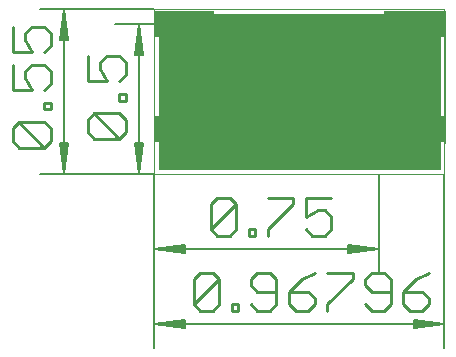
<source format=gbl>
G75*
G70*
%OFA0B0*%
%FSLAX24Y24*%
%IPPOS*%
%LPD*%
%AMOC8*
5,1,8,0,0,1.08239X$1,22.5*
%
%ADD10C,0.0000*%
%ADD11C,0.0051*%
%ADD12C,0.0110*%
%ADD13R,0.2000X0.0900*%
%ADD14C,0.0420*%
%ADD15C,0.0010*%
D10*
X005331Y005913D02*
X005331Y011408D01*
X015011Y011408D01*
X015011Y005913D01*
X005331Y005913D01*
X005331Y006963D02*
X005331Y011363D01*
X015018Y011363D02*
X015018Y006963D01*
D11*
X005331Y005913D02*
X005331Y000126D01*
X005331Y000913D02*
X006355Y000787D01*
X006355Y001039D01*
X005331Y000913D01*
X006355Y000811D01*
X006355Y000862D02*
X005331Y000913D01*
X006355Y001015D01*
X006355Y000964D02*
X005331Y000913D01*
X015011Y000913D01*
X013987Y000811D01*
X013987Y000787D02*
X015011Y000913D01*
X013987Y001015D01*
X013987Y001039D02*
X013987Y000787D01*
X013987Y000862D02*
X015011Y000913D01*
X013987Y000964D01*
X013987Y001039D02*
X015011Y000913D01*
X015011Y000126D02*
X015011Y005913D01*
X012831Y005913D02*
X012831Y002626D01*
X012831Y003413D02*
X011807Y003311D01*
X011807Y003287D02*
X012831Y003413D01*
X011807Y003515D01*
X011807Y003539D02*
X011807Y003287D01*
X011807Y003362D02*
X012831Y003413D01*
X011807Y003464D01*
X011807Y003539D02*
X012831Y003413D01*
X005331Y003413D01*
X006355Y003311D01*
X006355Y003287D02*
X005331Y003413D01*
X006355Y003515D01*
X006355Y003539D02*
X006355Y003287D01*
X006355Y003362D02*
X005331Y003413D01*
X006355Y003464D01*
X006355Y003539D02*
X005331Y003413D01*
X005331Y002626D02*
X005331Y005913D01*
X001544Y005913D01*
X002331Y005913D02*
X002433Y006937D01*
X002457Y006937D02*
X002205Y006937D01*
X002331Y005913D01*
X002229Y006937D01*
X002280Y006937D02*
X002331Y005913D01*
X002382Y006937D01*
X002457Y006937D02*
X002331Y005913D01*
X002331Y011413D01*
X002433Y010389D01*
X002457Y010389D02*
X002205Y010389D01*
X002331Y011413D01*
X002229Y010389D01*
X002280Y010389D02*
X002331Y011413D01*
X002382Y010389D01*
X002457Y010389D02*
X002331Y011413D01*
X001544Y011413D02*
X005331Y011413D01*
X005331Y010913D02*
X004044Y010913D01*
X004831Y010913D02*
X004933Y009889D01*
X004957Y009889D02*
X004831Y010913D01*
X004729Y009889D01*
X004705Y009889D02*
X004957Y009889D01*
X004882Y009889D02*
X004831Y010913D01*
X004780Y009889D01*
X004705Y009889D02*
X004831Y010913D01*
X004831Y005913D01*
X004933Y006937D01*
X004957Y006937D02*
X004831Y005913D01*
X004729Y006937D01*
X004705Y006937D02*
X004957Y006937D01*
X004882Y006937D02*
X004831Y005913D01*
X004780Y006937D01*
X004705Y006937D02*
X004831Y005913D01*
X005331Y005913D02*
X004044Y005913D01*
D12*
X004171Y007097D02*
X003325Y007097D01*
X003113Y007309D01*
X003113Y007732D01*
X003325Y007944D01*
X004171Y007097D01*
X004382Y007309D01*
X004382Y007732D01*
X004171Y007944D01*
X003325Y007944D01*
X004171Y008366D02*
X004171Y008578D01*
X004382Y008578D01*
X004382Y008366D01*
X004171Y008366D01*
X004171Y009001D02*
X004382Y009212D01*
X004382Y009635D01*
X004171Y009847D01*
X003748Y009847D01*
X003536Y009635D01*
X003536Y009424D01*
X003748Y009001D01*
X003113Y009001D01*
X003113Y009847D01*
X001882Y010183D02*
X001671Y009971D01*
X001882Y010183D02*
X001882Y010606D01*
X001671Y010817D01*
X001248Y010817D01*
X001036Y010606D01*
X001036Y010394D01*
X001248Y009971D01*
X000613Y009971D01*
X000613Y010817D01*
X000613Y009549D02*
X000613Y008702D01*
X001248Y008702D01*
X001036Y009125D01*
X001036Y009337D01*
X001248Y009549D01*
X001671Y009549D01*
X001882Y009337D01*
X001882Y008914D01*
X001671Y008702D01*
X001671Y008280D02*
X001882Y008280D01*
X001882Y008068D01*
X001671Y008068D01*
X001671Y008280D01*
X001671Y007645D02*
X000825Y007645D01*
X001671Y006799D01*
X001882Y007011D01*
X001882Y007434D01*
X001671Y007645D01*
X000825Y007645D02*
X000613Y007434D01*
X000613Y007011D01*
X000825Y006799D01*
X001671Y006799D01*
X007217Y004919D02*
X007217Y004073D01*
X008063Y004919D01*
X008063Y004073D01*
X007852Y003862D01*
X007429Y003862D01*
X007217Y004073D01*
X008486Y004073D02*
X008486Y003862D01*
X008698Y003862D01*
X008698Y004073D01*
X008486Y004073D01*
X009120Y004073D02*
X009120Y003862D01*
X009120Y004073D02*
X009966Y004919D01*
X009966Y005131D01*
X009120Y005131D01*
X008063Y004919D02*
X007852Y005131D01*
X007429Y005131D01*
X007217Y004919D01*
X010389Y005131D02*
X010389Y004496D01*
X010812Y004708D01*
X011024Y004708D01*
X011235Y004496D01*
X011235Y004073D01*
X011024Y003862D01*
X010601Y003862D01*
X010389Y004073D01*
X010389Y005131D02*
X011235Y005131D01*
X011103Y002631D02*
X011949Y002631D01*
X011949Y002419D01*
X011103Y001573D01*
X011103Y001362D01*
X010680Y001573D02*
X010680Y001785D01*
X010469Y001996D01*
X009834Y001996D01*
X009834Y001573D01*
X010046Y001362D01*
X010469Y001362D01*
X010680Y001573D01*
X010257Y002419D02*
X009834Y001996D01*
X009412Y001996D02*
X008777Y001996D01*
X008566Y002208D01*
X008566Y002419D01*
X008777Y002631D01*
X009200Y002631D01*
X009412Y002419D01*
X009412Y001573D01*
X009200Y001362D01*
X008777Y001362D01*
X008566Y001573D01*
X008143Y001573D02*
X008143Y001362D01*
X007931Y001362D01*
X007931Y001573D01*
X008143Y001573D01*
X007508Y001573D02*
X007297Y001362D01*
X006874Y001362D01*
X006662Y001573D01*
X007508Y002419D01*
X007508Y001573D01*
X006662Y001573D02*
X006662Y002419D01*
X006874Y002631D01*
X007297Y002631D01*
X007508Y002419D01*
X010257Y002419D02*
X010680Y002631D01*
X012372Y002419D02*
X012372Y002208D01*
X012584Y001996D01*
X013218Y001996D01*
X013641Y001996D02*
X014275Y001996D01*
X014487Y001785D01*
X014487Y001573D01*
X014275Y001362D01*
X013852Y001362D01*
X013641Y001573D01*
X013641Y001996D01*
X014064Y002419D01*
X014487Y002631D01*
X013218Y002419D02*
X013007Y002631D01*
X012584Y002631D01*
X012372Y002419D01*
X013218Y002419D02*
X013218Y001573D01*
X013007Y001362D01*
X012584Y001362D01*
X012372Y001573D01*
D13*
X014008Y007423D03*
X014008Y010903D03*
X006341Y010903D03*
X006341Y007423D03*
D14*
X006331Y007288D03*
X005706Y007288D03*
X009206Y009038D03*
X009581Y008663D03*
X009956Y008225D03*
X009956Y007600D03*
X010706Y009663D03*
X010331Y010038D03*
X014018Y010913D03*
X014643Y010913D03*
X014643Y007413D03*
X014018Y007413D03*
X006331Y010913D03*
X005768Y010913D03*
D15*
X005512Y010917D02*
X014856Y010917D01*
X014856Y010925D02*
X005512Y010925D01*
X005512Y010934D02*
X014856Y010934D01*
X014856Y010942D02*
X005512Y010942D01*
X005512Y010951D02*
X014856Y010951D01*
X014856Y010959D02*
X005512Y010959D01*
X005512Y010968D02*
X014856Y010968D01*
X014856Y010976D02*
X005512Y010976D01*
X005512Y010985D02*
X014856Y010985D01*
X014856Y010993D02*
X005506Y010993D01*
X005512Y010988D02*
X005486Y011013D01*
X005486Y011253D01*
X014856Y011253D01*
X014856Y006068D01*
X012931Y006068D01*
X012906Y006094D01*
X012756Y006094D01*
X012731Y006068D01*
X005486Y006068D01*
X005486Y010813D01*
X005512Y010838D01*
X005512Y010988D01*
X005498Y011002D02*
X014856Y011002D01*
X014856Y011010D02*
X005489Y011010D01*
X005486Y011019D02*
X014856Y011019D01*
X014856Y011027D02*
X005486Y011027D01*
X005486Y011036D02*
X014856Y011036D01*
X014856Y011044D02*
X005486Y011044D01*
X005486Y011053D02*
X014856Y011053D01*
X014856Y011061D02*
X005486Y011061D01*
X005486Y011070D02*
X014856Y011070D01*
X014856Y011078D02*
X005486Y011078D01*
X005486Y011087D02*
X014856Y011087D01*
X014856Y011095D02*
X005486Y011095D01*
X005486Y011104D02*
X014856Y011104D01*
X014856Y011112D02*
X005486Y011112D01*
X005486Y011121D02*
X014856Y011121D01*
X014856Y011129D02*
X005486Y011129D01*
X005486Y011138D02*
X014856Y011138D01*
X014856Y011146D02*
X005486Y011146D01*
X005486Y011155D02*
X014856Y011155D01*
X014856Y011163D02*
X005486Y011163D01*
X005486Y011172D02*
X014856Y011172D01*
X014856Y011180D02*
X005486Y011180D01*
X005486Y011189D02*
X014856Y011189D01*
X014856Y011197D02*
X005486Y011197D01*
X005486Y011206D02*
X014856Y011206D01*
X014856Y011214D02*
X005486Y011214D01*
X005486Y011223D02*
X014856Y011223D01*
X014856Y011231D02*
X005486Y011231D01*
X005486Y011240D02*
X014856Y011240D01*
X014856Y011248D02*
X005486Y011248D01*
X005512Y010908D02*
X014856Y010908D01*
X014856Y010900D02*
X005512Y010900D01*
X005512Y010891D02*
X014856Y010891D01*
X014856Y010883D02*
X005512Y010883D01*
X005512Y010874D02*
X014856Y010874D01*
X014856Y010866D02*
X005512Y010866D01*
X005512Y010857D02*
X014856Y010857D01*
X014856Y010849D02*
X005512Y010849D01*
X005512Y010840D02*
X014856Y010840D01*
X014856Y010832D02*
X005505Y010832D01*
X005496Y010823D02*
X014856Y010823D01*
X014856Y010815D02*
X005488Y010815D01*
X005486Y010806D02*
X014856Y010806D01*
X014856Y010798D02*
X005486Y010798D01*
X005486Y010789D02*
X014856Y010789D01*
X014856Y010781D02*
X005486Y010781D01*
X005486Y010772D02*
X014856Y010772D01*
X014856Y010764D02*
X005486Y010764D01*
X005486Y010755D02*
X014856Y010755D01*
X014856Y010747D02*
X005486Y010747D01*
X005486Y010738D02*
X014856Y010738D01*
X014856Y010730D02*
X005486Y010730D01*
X005486Y010721D02*
X014856Y010721D01*
X014856Y010713D02*
X005486Y010713D01*
X005486Y010704D02*
X014856Y010704D01*
X014856Y010696D02*
X005486Y010696D01*
X005486Y010687D02*
X014856Y010687D01*
X014856Y010679D02*
X005486Y010679D01*
X005486Y010670D02*
X014856Y010670D01*
X014856Y010662D02*
X005486Y010662D01*
X005486Y010653D02*
X014856Y010653D01*
X014856Y010645D02*
X005486Y010645D01*
X005486Y010636D02*
X014856Y010636D01*
X014856Y010628D02*
X005486Y010628D01*
X005486Y010619D02*
X014856Y010619D01*
X014856Y010611D02*
X005486Y010611D01*
X005486Y010602D02*
X014856Y010602D01*
X014856Y010594D02*
X005486Y010594D01*
X005486Y010585D02*
X014856Y010585D01*
X014856Y010577D02*
X005486Y010577D01*
X005486Y010568D02*
X014856Y010568D01*
X014856Y010560D02*
X005486Y010560D01*
X005486Y010551D02*
X014856Y010551D01*
X014856Y010543D02*
X005486Y010543D01*
X005486Y010534D02*
X014856Y010534D01*
X014856Y010526D02*
X005486Y010526D01*
X005486Y010517D02*
X014856Y010517D01*
X014856Y010509D02*
X005486Y010509D01*
X005486Y010500D02*
X014856Y010500D01*
X014856Y010492D02*
X005486Y010492D01*
X005486Y010483D02*
X014856Y010483D01*
X014856Y010475D02*
X005486Y010475D01*
X005486Y010466D02*
X014856Y010466D01*
X014856Y010458D02*
X005486Y010458D01*
X005486Y010449D02*
X014856Y010449D01*
X014856Y010441D02*
X005486Y010441D01*
X005486Y010432D02*
X014856Y010432D01*
X014856Y010424D02*
X005486Y010424D01*
X005486Y010415D02*
X014856Y010415D01*
X014856Y010407D02*
X005486Y010407D01*
X005486Y010398D02*
X014856Y010398D01*
X014856Y010390D02*
X005486Y010390D01*
X005486Y010381D02*
X014856Y010381D01*
X014856Y010373D02*
X005486Y010373D01*
X005486Y010364D02*
X014856Y010364D01*
X014856Y010356D02*
X005486Y010356D01*
X005486Y010347D02*
X014856Y010347D01*
X014856Y010339D02*
X005486Y010339D01*
X005486Y010330D02*
X014856Y010330D01*
X014856Y010322D02*
X005486Y010322D01*
X005486Y010313D02*
X014856Y010313D01*
X014856Y010305D02*
X005486Y010305D01*
X005486Y010296D02*
X014856Y010296D01*
X014856Y010288D02*
X005486Y010288D01*
X005486Y010279D02*
X014856Y010279D01*
X014856Y010271D02*
X005486Y010271D01*
X005486Y010262D02*
X014856Y010262D01*
X014856Y010254D02*
X005486Y010254D01*
X005486Y010245D02*
X014856Y010245D01*
X014856Y010237D02*
X005486Y010237D01*
X005486Y010228D02*
X014856Y010228D01*
X014856Y010220D02*
X005486Y010220D01*
X005486Y010211D02*
X014856Y010211D01*
X014856Y010203D02*
X005486Y010203D01*
X005486Y010194D02*
X014856Y010194D01*
X014856Y010186D02*
X005486Y010186D01*
X005486Y010177D02*
X014856Y010177D01*
X014856Y010169D02*
X005486Y010169D01*
X005486Y010160D02*
X014856Y010160D01*
X014856Y010152D02*
X005486Y010152D01*
X005486Y010143D02*
X014856Y010143D01*
X014856Y010135D02*
X005486Y010135D01*
X005486Y010126D02*
X014856Y010126D01*
X014856Y010118D02*
X005486Y010118D01*
X005486Y010109D02*
X014856Y010109D01*
X014856Y010101D02*
X005486Y010101D01*
X005486Y010092D02*
X014856Y010092D01*
X014856Y010084D02*
X005486Y010084D01*
X005486Y010075D02*
X014856Y010075D01*
X014856Y010067D02*
X005486Y010067D01*
X005486Y010058D02*
X014856Y010058D01*
X014856Y010050D02*
X005486Y010050D01*
X005486Y010041D02*
X014856Y010041D01*
X014856Y010033D02*
X005486Y010033D01*
X005486Y010024D02*
X014856Y010024D01*
X014856Y010016D02*
X005486Y010016D01*
X005486Y010007D02*
X014856Y010007D01*
X014856Y009999D02*
X005486Y009999D01*
X005486Y009990D02*
X014856Y009990D01*
X014856Y009982D02*
X005486Y009982D01*
X005486Y009973D02*
X014856Y009973D01*
X014856Y009965D02*
X005486Y009965D01*
X005486Y009956D02*
X014856Y009956D01*
X014856Y009948D02*
X005486Y009948D01*
X005486Y009939D02*
X014856Y009939D01*
X014856Y009931D02*
X005486Y009931D01*
X005486Y009922D02*
X014856Y009922D01*
X014856Y009914D02*
X005486Y009914D01*
X005486Y009905D02*
X014856Y009905D01*
X014856Y009897D02*
X005486Y009897D01*
X005486Y009888D02*
X014856Y009888D01*
X014856Y009880D02*
X005486Y009880D01*
X005486Y009871D02*
X014856Y009871D01*
X014856Y009863D02*
X005486Y009863D01*
X005486Y009854D02*
X014856Y009854D01*
X014856Y009846D02*
X005486Y009846D01*
X005486Y009837D02*
X014856Y009837D01*
X014856Y009829D02*
X005486Y009829D01*
X005486Y009820D02*
X014856Y009820D01*
X014856Y009812D02*
X005486Y009812D01*
X005486Y009803D02*
X014856Y009803D01*
X014856Y009795D02*
X005486Y009795D01*
X005486Y009786D02*
X014856Y009786D01*
X014856Y009778D02*
X005486Y009778D01*
X005486Y009769D02*
X014856Y009769D01*
X014856Y009761D02*
X005486Y009761D01*
X005486Y009752D02*
X014856Y009752D01*
X014856Y009744D02*
X005486Y009744D01*
X005486Y009735D02*
X014856Y009735D01*
X014856Y009727D02*
X005486Y009727D01*
X005486Y009718D02*
X014856Y009718D01*
X014856Y009710D02*
X005486Y009710D01*
X005486Y009701D02*
X014856Y009701D01*
X014856Y009693D02*
X005486Y009693D01*
X005486Y009684D02*
X014856Y009684D01*
X014856Y009676D02*
X005486Y009676D01*
X005486Y009667D02*
X014856Y009667D01*
X014856Y009659D02*
X005486Y009659D01*
X005486Y009650D02*
X014856Y009650D01*
X014856Y009642D02*
X005486Y009642D01*
X005486Y009633D02*
X014856Y009633D01*
X014856Y009625D02*
X005486Y009625D01*
X005486Y009616D02*
X014856Y009616D01*
X014856Y009608D02*
X005486Y009608D01*
X005486Y009599D02*
X014856Y009599D01*
X014856Y009591D02*
X005486Y009591D01*
X005486Y009582D02*
X014856Y009582D01*
X014856Y009574D02*
X005486Y009574D01*
X005486Y009565D02*
X014856Y009565D01*
X014856Y009557D02*
X005486Y009557D01*
X005486Y009548D02*
X014856Y009548D01*
X014856Y009540D02*
X005486Y009540D01*
X005486Y009531D02*
X014856Y009531D01*
X014856Y009523D02*
X005486Y009523D01*
X005486Y009514D02*
X014856Y009514D01*
X014856Y009506D02*
X005486Y009506D01*
X005486Y009497D02*
X014856Y009497D01*
X014856Y009489D02*
X005486Y009489D01*
X005486Y009480D02*
X014856Y009480D01*
X014856Y009472D02*
X005486Y009472D01*
X005486Y009463D02*
X014856Y009463D01*
X014856Y009455D02*
X005486Y009455D01*
X005486Y009446D02*
X014856Y009446D01*
X014856Y009438D02*
X005486Y009438D01*
X005486Y009429D02*
X014856Y009429D01*
X014856Y009421D02*
X005486Y009421D01*
X005486Y009412D02*
X014856Y009412D01*
X014856Y009404D02*
X005486Y009404D01*
X005486Y009395D02*
X014856Y009395D01*
X014856Y009387D02*
X005486Y009387D01*
X005486Y009378D02*
X014856Y009378D01*
X014856Y009370D02*
X005486Y009370D01*
X005486Y009361D02*
X014856Y009361D01*
X014856Y009353D02*
X005486Y009353D01*
X005486Y009344D02*
X014856Y009344D01*
X014856Y009336D02*
X005486Y009336D01*
X005486Y009327D02*
X014856Y009327D01*
X014856Y009319D02*
X005486Y009319D01*
X005486Y009310D02*
X014856Y009310D01*
X014856Y009302D02*
X005486Y009302D01*
X005486Y009293D02*
X014856Y009293D01*
X014856Y009285D02*
X005486Y009285D01*
X005486Y009276D02*
X014856Y009276D01*
X014856Y009268D02*
X005486Y009268D01*
X005486Y009259D02*
X014856Y009259D01*
X014856Y009251D02*
X005486Y009251D01*
X005486Y009242D02*
X014856Y009242D01*
X014856Y009234D02*
X005486Y009234D01*
X005486Y009225D02*
X014856Y009225D01*
X014856Y009217D02*
X005486Y009217D01*
X005486Y009208D02*
X014856Y009208D01*
X014856Y009200D02*
X005486Y009200D01*
X005486Y009191D02*
X014856Y009191D01*
X014856Y009183D02*
X005486Y009183D01*
X005486Y009174D02*
X014856Y009174D01*
X014856Y009166D02*
X005486Y009166D01*
X005486Y009157D02*
X014856Y009157D01*
X014856Y009149D02*
X005486Y009149D01*
X005486Y009140D02*
X014856Y009140D01*
X014856Y009132D02*
X005486Y009132D01*
X005486Y009123D02*
X014856Y009123D01*
X014856Y009115D02*
X005486Y009115D01*
X005486Y009106D02*
X014856Y009106D01*
X014856Y009098D02*
X005486Y009098D01*
X005486Y009089D02*
X014856Y009089D01*
X014856Y009081D02*
X005486Y009081D01*
X005486Y009072D02*
X014856Y009072D01*
X014856Y009064D02*
X005486Y009064D01*
X005486Y009055D02*
X014856Y009055D01*
X014856Y009047D02*
X005486Y009047D01*
X005486Y009038D02*
X014856Y009038D01*
X014856Y009030D02*
X005486Y009030D01*
X005486Y009021D02*
X014856Y009021D01*
X014856Y009013D02*
X005486Y009013D01*
X005486Y009004D02*
X014856Y009004D01*
X014856Y008996D02*
X005486Y008996D01*
X005486Y008987D02*
X014856Y008987D01*
X014856Y008979D02*
X005486Y008979D01*
X005486Y008970D02*
X014856Y008970D01*
X014856Y008962D02*
X005486Y008962D01*
X005486Y008953D02*
X014856Y008953D01*
X014856Y008945D02*
X005486Y008945D01*
X005486Y008936D02*
X014856Y008936D01*
X014856Y008928D02*
X005486Y008928D01*
X005486Y008919D02*
X014856Y008919D01*
X014856Y008911D02*
X005486Y008911D01*
X005486Y008902D02*
X014856Y008902D01*
X014856Y008894D02*
X005486Y008894D01*
X005486Y008885D02*
X014856Y008885D01*
X014856Y008877D02*
X005486Y008877D01*
X005486Y008868D02*
X014856Y008868D01*
X014856Y008860D02*
X005486Y008860D01*
X005486Y008851D02*
X014856Y008851D01*
X014856Y008843D02*
X005486Y008843D01*
X005486Y008834D02*
X014856Y008834D01*
X014856Y008826D02*
X005486Y008826D01*
X005486Y008817D02*
X014856Y008817D01*
X014856Y008809D02*
X005486Y008809D01*
X005486Y008800D02*
X014856Y008800D01*
X014856Y008792D02*
X005486Y008792D01*
X005486Y008783D02*
X014856Y008783D01*
X014856Y008775D02*
X005486Y008775D01*
X005486Y008766D02*
X014856Y008766D01*
X014856Y008758D02*
X005486Y008758D01*
X005486Y008749D02*
X014856Y008749D01*
X014856Y008741D02*
X005486Y008741D01*
X005486Y008732D02*
X014856Y008732D01*
X014856Y008724D02*
X005486Y008724D01*
X005486Y008715D02*
X014856Y008715D01*
X014856Y008707D02*
X005486Y008707D01*
X005486Y008698D02*
X014856Y008698D01*
X014856Y008690D02*
X005486Y008690D01*
X005486Y008681D02*
X014856Y008681D01*
X014856Y008673D02*
X005486Y008673D01*
X005486Y008664D02*
X014856Y008664D01*
X014856Y008656D02*
X005486Y008656D01*
X005486Y008647D02*
X014856Y008647D01*
X014856Y008639D02*
X005486Y008639D01*
X005486Y008630D02*
X014856Y008630D01*
X014856Y008622D02*
X005486Y008622D01*
X005486Y008613D02*
X014856Y008613D01*
X014856Y008605D02*
X005486Y008605D01*
X005486Y008596D02*
X014856Y008596D01*
X014856Y008588D02*
X005486Y008588D01*
X005486Y008579D02*
X014856Y008579D01*
X014856Y008571D02*
X005486Y008571D01*
X005486Y008562D02*
X014856Y008562D01*
X014856Y008554D02*
X005486Y008554D01*
X005486Y008545D02*
X014856Y008545D01*
X014856Y008537D02*
X005486Y008537D01*
X005486Y008528D02*
X014856Y008528D01*
X014856Y008520D02*
X005486Y008520D01*
X005486Y008511D02*
X014856Y008511D01*
X014856Y008503D02*
X005486Y008503D01*
X005486Y008494D02*
X014856Y008494D01*
X014856Y008486D02*
X005486Y008486D01*
X005486Y008477D02*
X014856Y008477D01*
X014856Y008469D02*
X005486Y008469D01*
X005486Y008460D02*
X014856Y008460D01*
X014856Y008452D02*
X005486Y008452D01*
X005486Y008443D02*
X014856Y008443D01*
X014856Y008435D02*
X005486Y008435D01*
X005486Y008426D02*
X014856Y008426D01*
X014856Y008418D02*
X005486Y008418D01*
X005486Y008409D02*
X014856Y008409D01*
X014856Y008401D02*
X005486Y008401D01*
X005486Y008392D02*
X014856Y008392D01*
X014856Y008384D02*
X005486Y008384D01*
X005486Y008375D02*
X014856Y008375D01*
X014856Y008367D02*
X005486Y008367D01*
X005486Y008358D02*
X014856Y008358D01*
X014856Y008350D02*
X005486Y008350D01*
X005486Y008341D02*
X014856Y008341D01*
X014856Y008333D02*
X005486Y008333D01*
X005486Y008324D02*
X014856Y008324D01*
X014856Y008316D02*
X005486Y008316D01*
X005486Y008307D02*
X014856Y008307D01*
X014856Y008299D02*
X005486Y008299D01*
X005486Y008290D02*
X014856Y008290D01*
X014856Y008282D02*
X005486Y008282D01*
X005486Y008273D02*
X014856Y008273D01*
X014856Y008265D02*
X005486Y008265D01*
X005486Y008256D02*
X014856Y008256D01*
X014856Y008248D02*
X005486Y008248D01*
X005486Y008239D02*
X014856Y008239D01*
X014856Y008231D02*
X005486Y008231D01*
X005486Y008222D02*
X014856Y008222D01*
X014856Y008214D02*
X005486Y008214D01*
X005486Y008205D02*
X014856Y008205D01*
X014856Y008197D02*
X005486Y008197D01*
X005486Y008188D02*
X014856Y008188D01*
X014856Y008180D02*
X005486Y008180D01*
X005486Y008171D02*
X014856Y008171D01*
X014856Y008163D02*
X005486Y008163D01*
X005486Y008154D02*
X014856Y008154D01*
X014856Y008146D02*
X005486Y008146D01*
X005486Y008137D02*
X014856Y008137D01*
X014856Y008129D02*
X005486Y008129D01*
X005486Y008120D02*
X014856Y008120D01*
X014856Y008112D02*
X005486Y008112D01*
X005486Y008103D02*
X014856Y008103D01*
X014856Y008095D02*
X005486Y008095D01*
X005486Y008086D02*
X014856Y008086D01*
X014856Y008078D02*
X005486Y008078D01*
X005486Y008069D02*
X014856Y008069D01*
X014856Y008061D02*
X005486Y008061D01*
X005486Y008052D02*
X014856Y008052D01*
X014856Y008044D02*
X005486Y008044D01*
X005486Y008035D02*
X014856Y008035D01*
X014856Y008027D02*
X005486Y008027D01*
X005486Y008018D02*
X014856Y008018D01*
X014856Y008010D02*
X005486Y008010D01*
X005486Y008001D02*
X014856Y008001D01*
X014856Y007993D02*
X005486Y007993D01*
X005486Y007984D02*
X014856Y007984D01*
X014856Y007976D02*
X005486Y007976D01*
X005486Y007967D02*
X014856Y007967D01*
X014856Y007959D02*
X005486Y007959D01*
X005486Y007950D02*
X014856Y007950D01*
X014856Y007942D02*
X005486Y007942D01*
X005486Y007933D02*
X014856Y007933D01*
X014856Y007925D02*
X005486Y007925D01*
X005486Y007916D02*
X014856Y007916D01*
X014856Y007908D02*
X005486Y007908D01*
X005486Y007899D02*
X014856Y007899D01*
X014856Y007891D02*
X005486Y007891D01*
X005486Y007882D02*
X014856Y007882D01*
X014856Y007874D02*
X005486Y007874D01*
X005486Y007865D02*
X014856Y007865D01*
X014856Y007857D02*
X005486Y007857D01*
X005486Y007848D02*
X014856Y007848D01*
X014856Y007840D02*
X005486Y007840D01*
X005486Y007831D02*
X014856Y007831D01*
X014856Y007823D02*
X005486Y007823D01*
X005486Y007814D02*
X014856Y007814D01*
X014856Y007806D02*
X005486Y007806D01*
X005486Y007797D02*
X014856Y007797D01*
X014856Y007789D02*
X005486Y007789D01*
X005486Y007780D02*
X014856Y007780D01*
X014856Y007772D02*
X005486Y007772D01*
X005486Y007763D02*
X014856Y007763D01*
X014856Y007755D02*
X005486Y007755D01*
X005486Y007746D02*
X014856Y007746D01*
X014856Y007738D02*
X005486Y007738D01*
X005486Y007729D02*
X014856Y007729D01*
X014856Y007721D02*
X005486Y007721D01*
X005486Y007712D02*
X014856Y007712D01*
X014856Y007704D02*
X005486Y007704D01*
X005486Y007695D02*
X014856Y007695D01*
X014856Y007687D02*
X005486Y007687D01*
X005486Y007678D02*
X014856Y007678D01*
X014856Y007670D02*
X005486Y007670D01*
X005486Y007661D02*
X014856Y007661D01*
X014856Y007653D02*
X005486Y007653D01*
X005486Y007644D02*
X014856Y007644D01*
X014856Y007636D02*
X005486Y007636D01*
X005486Y007627D02*
X014856Y007627D01*
X014856Y007619D02*
X005486Y007619D01*
X005486Y007610D02*
X014856Y007610D01*
X014856Y007602D02*
X005486Y007602D01*
X005486Y007593D02*
X014856Y007593D01*
X014856Y007585D02*
X005486Y007585D01*
X005486Y007576D02*
X014856Y007576D01*
X014856Y007568D02*
X005486Y007568D01*
X005486Y007559D02*
X014856Y007559D01*
X014856Y007551D02*
X005486Y007551D01*
X005486Y007542D02*
X014856Y007542D01*
X014856Y007534D02*
X005486Y007534D01*
X005486Y007525D02*
X014856Y007525D01*
X014856Y007517D02*
X005486Y007517D01*
X005486Y007508D02*
X014856Y007508D01*
X014856Y007500D02*
X005486Y007500D01*
X005486Y007491D02*
X014856Y007491D01*
X014856Y007483D02*
X005486Y007483D01*
X005486Y007474D02*
X014856Y007474D01*
X014856Y007466D02*
X005486Y007466D01*
X005486Y007457D02*
X014856Y007457D01*
X014856Y007449D02*
X005486Y007449D01*
X005486Y007440D02*
X014856Y007440D01*
X014856Y007432D02*
X005486Y007432D01*
X005486Y007423D02*
X014856Y007423D01*
X014856Y007415D02*
X005486Y007415D01*
X005486Y007406D02*
X014856Y007406D01*
X014856Y007398D02*
X005486Y007398D01*
X005486Y007389D02*
X014856Y007389D01*
X014856Y007381D02*
X005486Y007381D01*
X005486Y007372D02*
X014856Y007372D01*
X014856Y007364D02*
X005486Y007364D01*
X005486Y007355D02*
X014856Y007355D01*
X014856Y007347D02*
X005486Y007347D01*
X005486Y007338D02*
X014856Y007338D01*
X014856Y007330D02*
X005486Y007330D01*
X005486Y007321D02*
X014856Y007321D01*
X014856Y007313D02*
X005486Y007313D01*
X005486Y007304D02*
X014856Y007304D01*
X014856Y007296D02*
X005486Y007296D01*
X005486Y007287D02*
X014856Y007287D01*
X014856Y007279D02*
X005486Y007279D01*
X005486Y007270D02*
X014856Y007270D01*
X014856Y007262D02*
X005486Y007262D01*
X005486Y007253D02*
X014856Y007253D01*
X014856Y007245D02*
X005486Y007245D01*
X005486Y007236D02*
X014856Y007236D01*
X014856Y007228D02*
X005486Y007228D01*
X005486Y007219D02*
X014856Y007219D01*
X014856Y007211D02*
X005486Y007211D01*
X005486Y007202D02*
X014856Y007202D01*
X014856Y007194D02*
X005486Y007194D01*
X005486Y007185D02*
X014856Y007185D01*
X014856Y007176D02*
X005486Y007176D01*
X005486Y007168D02*
X014856Y007168D01*
X014856Y007159D02*
X005486Y007159D01*
X005486Y007151D02*
X014856Y007151D01*
X014856Y007142D02*
X005486Y007142D01*
X005486Y007134D02*
X014856Y007134D01*
X014856Y007125D02*
X005486Y007125D01*
X005486Y007117D02*
X014856Y007117D01*
X014856Y007108D02*
X005486Y007108D01*
X005486Y007100D02*
X014856Y007100D01*
X014856Y007091D02*
X005486Y007091D01*
X005486Y007083D02*
X014856Y007083D01*
X014856Y007074D02*
X005486Y007074D01*
X005486Y007066D02*
X014856Y007066D01*
X014856Y007057D02*
X005486Y007057D01*
X005486Y007049D02*
X014856Y007049D01*
X014856Y007040D02*
X005486Y007040D01*
X005486Y007032D02*
X014856Y007032D01*
X014856Y007023D02*
X005486Y007023D01*
X005486Y007015D02*
X014856Y007015D01*
X014856Y007006D02*
X005486Y007006D01*
X005486Y006998D02*
X014856Y006998D01*
X014856Y006989D02*
X005486Y006989D01*
X005486Y006981D02*
X014856Y006981D01*
X014856Y006972D02*
X005486Y006972D01*
X005486Y006964D02*
X014856Y006964D01*
X014856Y006955D02*
X005486Y006955D01*
X005486Y006947D02*
X014856Y006947D01*
X014856Y006938D02*
X005486Y006938D01*
X005486Y006930D02*
X014856Y006930D01*
X014856Y006921D02*
X005486Y006921D01*
X005486Y006913D02*
X014856Y006913D01*
X014856Y006904D02*
X005486Y006904D01*
X005486Y006896D02*
X014856Y006896D01*
X014856Y006887D02*
X005486Y006887D01*
X005486Y006879D02*
X014856Y006879D01*
X014856Y006870D02*
X005486Y006870D01*
X005486Y006862D02*
X014856Y006862D01*
X014856Y006853D02*
X005486Y006853D01*
X005486Y006845D02*
X014856Y006845D01*
X014856Y006836D02*
X005486Y006836D01*
X005486Y006828D02*
X014856Y006828D01*
X014856Y006819D02*
X005486Y006819D01*
X005486Y006811D02*
X014856Y006811D01*
X014856Y006802D02*
X005486Y006802D01*
X005486Y006794D02*
X014856Y006794D01*
X014856Y006785D02*
X005486Y006785D01*
X005486Y006777D02*
X014856Y006777D01*
X014856Y006768D02*
X005486Y006768D01*
X005486Y006760D02*
X014856Y006760D01*
X014856Y006751D02*
X005486Y006751D01*
X005486Y006743D02*
X014856Y006743D01*
X014856Y006734D02*
X005486Y006734D01*
X005486Y006726D02*
X014856Y006726D01*
X014856Y006717D02*
X005486Y006717D01*
X005486Y006709D02*
X014856Y006709D01*
X014856Y006700D02*
X005486Y006700D01*
X005486Y006692D02*
X014856Y006692D01*
X014856Y006683D02*
X005486Y006683D01*
X005486Y006675D02*
X014856Y006675D01*
X014856Y006666D02*
X005486Y006666D01*
X005486Y006658D02*
X014856Y006658D01*
X014856Y006649D02*
X005486Y006649D01*
X005486Y006641D02*
X014856Y006641D01*
X014856Y006632D02*
X005486Y006632D01*
X005486Y006624D02*
X014856Y006624D01*
X014856Y006615D02*
X005486Y006615D01*
X005486Y006607D02*
X014856Y006607D01*
X014856Y006598D02*
X005486Y006598D01*
X005486Y006590D02*
X014856Y006590D01*
X014856Y006581D02*
X005486Y006581D01*
X005486Y006573D02*
X014856Y006573D01*
X014856Y006564D02*
X005486Y006564D01*
X005486Y006556D02*
X014856Y006556D01*
X014856Y006547D02*
X005486Y006547D01*
X005486Y006539D02*
X014856Y006539D01*
X014856Y006530D02*
X005486Y006530D01*
X005486Y006522D02*
X014856Y006522D01*
X014856Y006513D02*
X005486Y006513D01*
X005486Y006505D02*
X014856Y006505D01*
X014856Y006496D02*
X005486Y006496D01*
X005486Y006488D02*
X014856Y006488D01*
X014856Y006479D02*
X005486Y006479D01*
X005486Y006471D02*
X014856Y006471D01*
X014856Y006462D02*
X005486Y006462D01*
X005486Y006454D02*
X014856Y006454D01*
X014856Y006445D02*
X005486Y006445D01*
X005486Y006437D02*
X014856Y006437D01*
X014856Y006428D02*
X005486Y006428D01*
X005486Y006420D02*
X014856Y006420D01*
X014856Y006411D02*
X005486Y006411D01*
X005486Y006403D02*
X014856Y006403D01*
X014856Y006394D02*
X005486Y006394D01*
X005486Y006386D02*
X014856Y006386D01*
X014856Y006377D02*
X005486Y006377D01*
X005486Y006369D02*
X014856Y006369D01*
X014856Y006360D02*
X005486Y006360D01*
X005486Y006352D02*
X014856Y006352D01*
X014856Y006343D02*
X005486Y006343D01*
X005486Y006335D02*
X014856Y006335D01*
X014856Y006326D02*
X005486Y006326D01*
X005486Y006318D02*
X014856Y006318D01*
X014856Y006309D02*
X005486Y006309D01*
X005486Y006301D02*
X014856Y006301D01*
X014856Y006292D02*
X005486Y006292D01*
X005486Y006284D02*
X014856Y006284D01*
X014856Y006275D02*
X005486Y006275D01*
X005486Y006267D02*
X014856Y006267D01*
X014856Y006258D02*
X005486Y006258D01*
X005486Y006250D02*
X014856Y006250D01*
X014856Y006241D02*
X005486Y006241D01*
X005486Y006233D02*
X014856Y006233D01*
X014856Y006224D02*
X005486Y006224D01*
X005486Y006216D02*
X014856Y006216D01*
X014856Y006207D02*
X005486Y006207D01*
X005486Y006199D02*
X014856Y006199D01*
X014856Y006190D02*
X005486Y006190D01*
X005486Y006182D02*
X014856Y006182D01*
X014856Y006173D02*
X005486Y006173D01*
X005486Y006165D02*
X014856Y006165D01*
X014856Y006156D02*
X005486Y006156D01*
X005486Y006148D02*
X014856Y006148D01*
X014856Y006139D02*
X005486Y006139D01*
X005486Y006131D02*
X014856Y006131D01*
X014856Y006122D02*
X005486Y006122D01*
X005486Y006114D02*
X014856Y006114D01*
X014856Y006105D02*
X005486Y006105D01*
X005486Y006097D02*
X014856Y006097D01*
X014856Y006088D02*
X012911Y006088D01*
X012919Y006080D02*
X014856Y006080D01*
X014856Y006071D02*
X012928Y006071D01*
X012751Y006088D02*
X005486Y006088D01*
X005486Y006080D02*
X012743Y006080D01*
X012734Y006071D02*
X005486Y006071D01*
M02*

</source>
